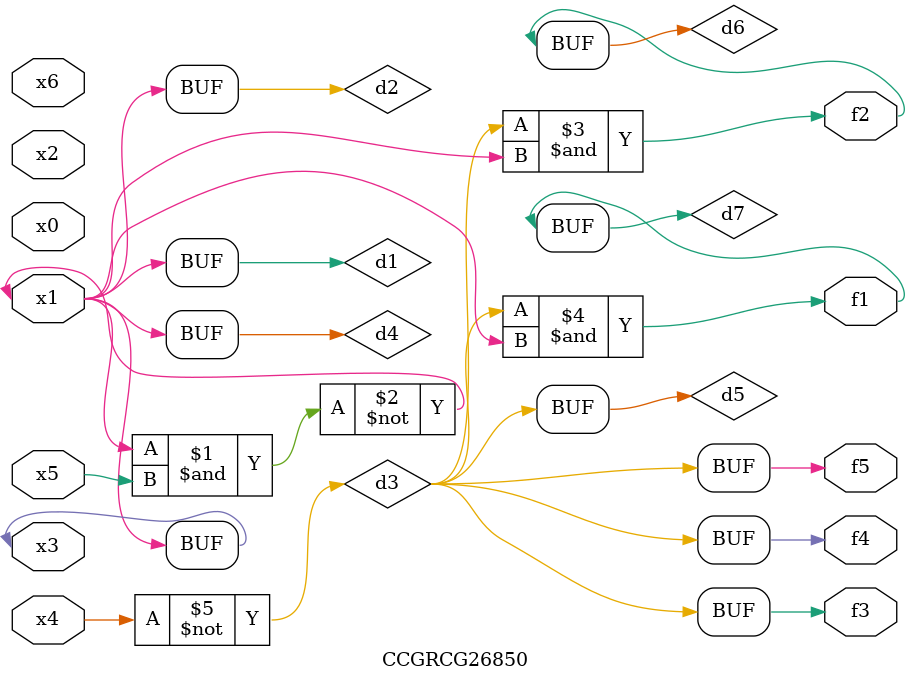
<source format=v>
module CCGRCG26850(
	input x0, x1, x2, x3, x4, x5, x6,
	output f1, f2, f3, f4, f5
);

	wire d1, d2, d3, d4, d5, d6, d7;

	buf (d1, x1, x3);
	nand (d2, x1, x5);
	not (d3, x4);
	buf (d4, d1, d2);
	buf (d5, d3);
	and (d6, d3, d4);
	and (d7, d3, d4);
	assign f1 = d7;
	assign f2 = d6;
	assign f3 = d5;
	assign f4 = d5;
	assign f5 = d5;
endmodule

</source>
